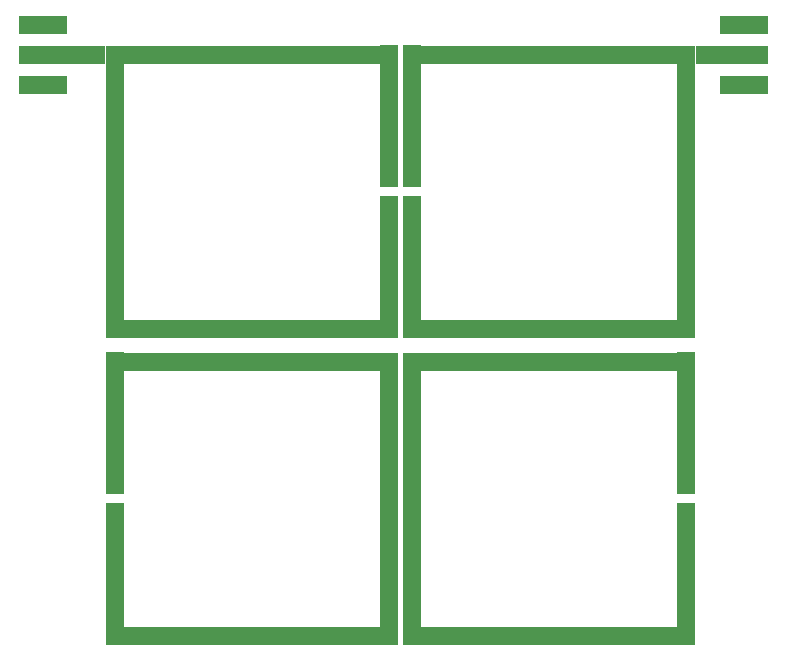
<source format=gbr>
G04 Layer_Physical_Order=1*
G04 Layer_Color=255*
%FSLAX45Y45*%
%MOMM*%
%TF.FileFunction,Copper,L1,Top,Signal*%
%TF.Part,Single*%
G01*
G75*
%TA.AperFunction,ConnectorPad*%
%ADD10R,4.06000X1.52000*%
%TA.AperFunction,NonConductor*%
%ADD11R,3.60000X1.60000*%
%ADD12R,24.80000X1.60000*%
%ADD13R,1.60000X24.80000*%
%ADD14R,1.60000X12.00000*%
D10*
X6170000Y7400000D02*
D03*
Y7654000D02*
D03*
Y7146000D02*
D03*
X230000Y7400000D02*
D03*
Y7146000D02*
D03*
Y7654000D02*
D03*
D11*
X5940001Y7400000D02*
D03*
X580000D02*
D03*
D12*
X4519999Y4800000D02*
D03*
X4519999Y2480000D02*
D03*
X2000001Y4800000D02*
D03*
X2000001Y2480000D02*
D03*
X4520001Y7400000D02*
D03*
X4520001Y5080000D02*
D03*
X2000000D02*
D03*
X2000000Y7400000D02*
D03*
D13*
X3360000Y3640000D02*
D03*
X3160000D02*
D03*
X5680000Y6240000D02*
D03*
X839999D02*
D03*
D14*
X5680000Y4280000D02*
D03*
X5679999Y3000000D02*
D03*
X840000Y4280000D02*
D03*
X840001Y3000000D02*
D03*
X3360000Y6880000D02*
D03*
X3360001Y5600000D02*
D03*
X3160000D02*
D03*
X3160000Y6880000D02*
D03*
%TF.MD5,2bb5d246f0ffc97ccabc4acc57c09b5c*%
M02*

</source>
